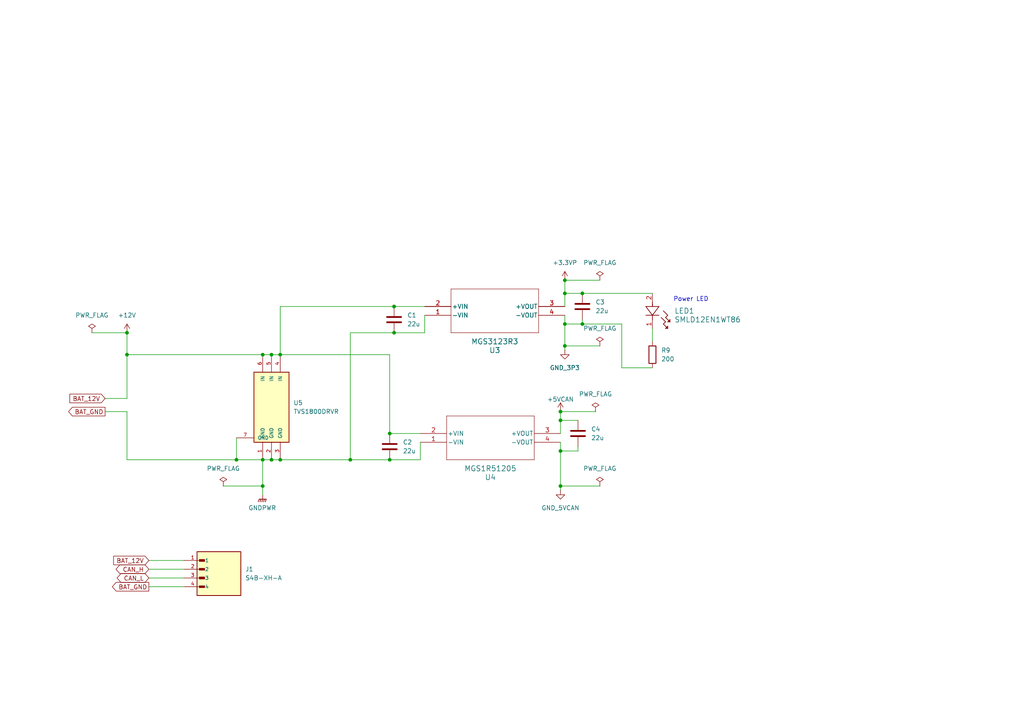
<source format=kicad_sch>
(kicad_sch (version 20250114) (generator "eeschema") (generator_version "9.0")
  (paper "A4")
  (title_block (title "CAN Isolation_Power Board") (date "2025-09-09") (rev "Ver.1.0") (company "ISHI-Kai"))
  (lib_symbols
    (symbol "Device:C" (pin_numbers (hide yes)) (pin_names (offset 0.254))
      (property "Reference" "C" (at 0.635 2.54 0))
      (property "Value" "C" (at 0.635 -2.54 0))
      (symbol "C_0_1"
        (polyline (pts (xy -2.032 0.762) (xy 2.032 0.762)) (stroke (width 0.508)))
        (polyline (pts (xy -2.032 -0.762) (xy 2.032 -0.762)) (stroke (width 0.508)))
      )
      (symbol "C_1_1"
        (pin passive line (at 0 3.81 270) (length 2.794) (name "~") (number "1"))
        (pin passive line (at 0 -3.81 90) (length 2.794) (name "~") (number "2"))
      )
    )
    (symbol "Device:R" (pin_numbers (hide yes)) (pin_names (offset 0))
      (property "Reference" "R" (at 2.032 0 90))
      (property "Value" "R" (at 0 0 90))
      (symbol "R_0_1"
        (rectangle (start -1.016 -2.54) (end 1.016 2.54) (stroke (width 0.254)))
      )
      (symbol "R_1_1"
        (pin passive line (at 0 3.81 270) (length 1.27) (name "~") (number "1"))
        (pin passive line (at 0 -3.81 90) (length 1.27) (name "~") (number "2"))
      )
    )
    (symbol "MGS3_COS:MGS3123R3" (pin_names (offset 0.254))
      (property "Reference" "U" (at 20.32 10.16 0))
      (property "Value" "MGS3123R3" (at 20.32 7.62 0))
      (symbol "MGS3123R3_0_1"
        (polyline (pts (xy 7.62 5.08) (xy 7.62 -7.62)) (stroke (width 0.127)))
        (polyline (pts (xy 7.62 -7.62) (xy 33.02 -7.62)) (stroke (width 0.127)))
        (polyline (pts (xy 33.02 5.08) (xy 7.62 5.08)) (stroke (width 0.127)))
        (polyline (pts (xy 33.02 -7.62) (xy 33.02 5.08)) (stroke (width 0.127)))
        (pin power_in line (at 0 0 0) (length 7.62) (name "-VIN") (number "1"))
        (pin power_in line (at 0 -2.54 0) (length 7.62) (name "+VIN") (number "2"))
        (pin output line (at 40.64 0 180) (length 7.62) (name "-VOUT") (number "4"))
        (pin output line (at 40.64 -2.54 180) (length 7.62) (name "+VOUT") (number "3"))
      )
    )
    (symbol "S4B-XH-A:S4B-XH-A" (pin_names (offset 1.016))
      (property "Reference" "J" (at -6.85 7.62 0))
      (property "Value" "S4B-XH-A" (at -6.35 -7.62 0))
      (symbol "S4B-XH-A_0_0"
        (rectangle (start -6.35 -5.08) (end 6.35 7.62) (stroke (width 0.254)) (fill (type background)))
        (rectangle (start -5.715 4.7625) (end -4.1275 5.3975) (stroke (width 0.1)) (fill (type outline)))
        (rectangle (start -5.715 2.2225) (end -4.1275 2.8575) (stroke (width 0.1)) (fill (type outline)))
        (rectangle (start -5.715 -0.3175) (end -4.1275 0.3175) (stroke (width 0.1)) (fill (type outline)))
        (rectangle (start -5.715 -2.8575) (end -4.1275 -2.2225) (stroke (width 0.1)) (fill (type outline)))
        (pin passive line (at -10.16 5.08 0) (length 5.08) (name "1") (number "1"))
        (pin passive line (at -10.16 2.54 0) (length 5.08) (name "2") (number "2"))
        (pin passive line (at -10.16 0 0) (length 5.08) (name "3") (number "3"))
        (pin passive line (at -10.16 -2.54 0) (length 5.08) (name "4") (number "4"))
      )
    )
    (symbol "SMLD12EN1WT86:SMLD12EN1WT86" (pin_names (offset 0.254))
      (property "Reference" "R" (at 5.08 -4.445 0))
      (property "Value" "SMLD12EN1WT86" (at 5.08 -7.62 0))
      (symbol "SMLD12EN1WT86_1_1"
        (polyline (pts (xy 2.54 0) (xy 3.4798 0)) (stroke (width 0.2032)))
        (polyline (pts (xy 3.175 0) (xy 3.81 0)) (stroke (width 0.2032)))
        (polyline (pts (xy 3.81 1.905) (xy 3.81 -1.905)) (stroke (width 0.2032)))
        (polyline (pts (xy 3.81 -1.905) (xy 6.35 0)) (stroke (width 0.2032)))
        (polyline (pts (xy 5.08 3.175) (xy 6.35 4.445)) (stroke (width 0.2032)))
        (polyline (pts (xy 6.35 4.445) (xy 6.985 3.81)) (stroke (width 0.2032)))
        (polyline (pts (xy 6.35 0) (xy 3.81 1.905)) (stroke (width 0.2032)))
        (polyline (pts (xy 6.35 0) (xy 7.62 0)) (stroke (width 0.2032)))
        (polyline (pts (xy 6.35 -1.905) (xy 6.35 1.905)) (stroke (width 0.2032)))
        (polyline (pts (xy 6.985 3.81) (xy 8.255 5.08)) (stroke (width 0.2032)))
        (polyline (pts (xy 6.985 2.54) (xy 8.255 3.81)) (stroke (width 0.2032)))
        (polyline (pts (xy 7.62 5.08) (xy 8.255 4.445)) (stroke (width 0.2032)))
        (polyline (pts (xy 8.255 5.08) (xy 7.62 5.08)) (stroke (width 0.2032)))
        (polyline (pts (xy 8.255 4.445) (xy 8.255 5.08)) (stroke (width 0.2032)))
        (polyline (pts (xy 8.255 3.81) (xy 8.89 3.175)) (stroke (width 0.2032)))
        (polyline (pts (xy 8.89 3.175) (xy 10.16 4.445)) (stroke (width 0.2032)))
        (polyline (pts (xy 9.525 4.445) (xy 10.16 3.81)) (stroke (width 0.2032)))
        (polyline (pts (xy 10.16 4.445) (xy 9.525 4.445)) (stroke (width 0.2032)))
        (polyline (pts (xy 10.16 3.81) (xy 10.16 4.445)) (stroke (width 0.2032)))
        (pin unspecified line (at 0 0 0) (length 2.54) (name "") (number "2"))
        (pin unspecified line (at 10.16 0 180) (length 2.54) (name "") (number "1"))
      )
      (symbol "SMLD12EN1WT86_1_2"
        (polyline (pts (xy -5.08 8.255) (xy -5.08 7.62)) (stroke (width 0.2032)))
        (polyline (pts (xy -5.08 7.62) (xy -4.445 8.255)) (stroke (width 0.2032)))
        (polyline (pts (xy -4.445 10.16) (xy -4.445 9.525)) (stroke (width 0.2032)))
        (polyline (pts (xy -4.445 9.525) (xy -3.81 10.16)) (stroke (width 0.2032)))
        (polyline (pts (xy -4.445 8.255) (xy -5.08 8.255)) (stroke (width 0.2032)))
        (polyline (pts (xy -4.445 6.35) (xy -3.81 6.985)) (stroke (width 0.2032)))
        (polyline (pts (xy -3.81 10.16) (xy -4.445 10.16)) (stroke (width 0.2032)))
        (polyline (pts (xy -3.81 8.255) (xy -3.175 8.89)) (stroke (width 0.2032)))
        (polyline (pts (xy -3.81 6.985) (xy -5.08 8.255)) (stroke (width 0.2032)))
        (polyline (pts (xy -3.175 8.89) (xy -4.445 10.16)) (stroke (width 0.2032)))
        (polyline (pts (xy -3.175 5.08) (xy -4.445 6.35)) (stroke (width 0.2032)))
        (polyline (pts (xy -2.54 6.985) (xy -3.81 8.255)) (stroke (width 0.2032)))
        (polyline (pts (xy -1.905 3.81) (xy 1.905 3.81)) (stroke (width 0.2032)))
        (polyline (pts (xy 0 6.35) (xy -1.905 3.81)) (stroke (width 0.2032)))
        (polyline (pts (xy 0 6.35) (xy 0 7.62)) (stroke (width 0.2032)))
        (polyline (pts (xy 0 3.175) (xy 0 3.81)) (stroke (width 0.2032)))
        (polyline (pts (xy 0 2.54) (xy 0 3.4798)) (stroke (width 0.2032)))
        (polyline (pts (xy 1.905 6.35) (xy -1.905 6.35)) (stroke (width 0.2032)))
        (polyline (pts (xy 1.905 3.81) (xy 0 6.35)) (stroke (width 0.2032)))
        (pin unspecified line (at 0 10.16 270) (length 2.54) (name "") (number "1"))
        (pin unspecified line (at 0 0 90) (length 2.54) (name "") (number "2"))
      )
    )
    (symbol "TVS3300DRVR:TVS3300DRVR" (pin_names (offset 1.016))
      (property "Reference" "U5" (at -1.2701 6.35 90))
      (property "Value" "TVS3300DRVR" (at 1.2699 6.35 90))
      (symbol "TVS3300DRVR_0_0"
        (rectangle (start -10.16 -5.08) (end 10.16 5.08) (stroke (width 0.254)) (fill (type background)))
        (pin input line (at -15.24 2.54 0) (length 5.08) (name "IN") (number "4"))
        (pin power_in line (at 15.24 -2.54 180) (length 5.08) (name "GND") (number "1"))
      )
      (symbol "TVS3300DRVR_1_0"
        (pin input line (at -15.24 0 0) (length 5.08) (name "IN") (number "5"))
        (pin input line (at -15.24 -2.54 0) (length 5.08) (name "IN") (number "6"))
        (pin power_in line (at 8.89 -10.16 90) (length 5.08) (name "GND") (number "7"))
        (pin power_in line (at 15.24 2.54 180) (length 5.08) (name "GND") (number "3"))
        (pin power_in line (at 15.24 0 180) (length 5.08) (name "GND") (number "2"))
      )
    )
    (symbol "power:+12V" (power) (pin_numbers (hide yes)) (pin_names (offset 0) (hide yes))
      (property "Value" "+12V" (at 0 3.556 0))
      (symbol "+12V_0_1"
        (polyline (pts (xy -0.762 1.27) (xy 0 2.54)))
        (polyline (pts (xy 0 2.54) (xy 0.762 1.27)))
        (polyline (pts (xy 0 0) (xy 0 2.54)))
      )
      (symbol "+12V_1_1"
        (pin power_in line (at 0 0 90) (length 0) (name "~") (number "1"))
      )
    )
    (symbol "power:+3.3VP" (power) (pin_numbers (hide yes)) (pin_names (offset 0) (hide yes))
      (property "Value" "+3.3VP" (at 0 3.556 0))
      (symbol "+3.3VP_0_0"
        (pin power_in line (at 0 0 90) (length 0) (name "~") (number "1"))
      )
      (symbol "+3.3VP_0_1"
        (polyline (pts (xy -0.762 1.27) (xy 0 2.54)))
        (polyline (pts (xy 0 2.54) (xy 0.762 1.27)))
        (polyline (pts (xy 0 0) (xy 0 2.54)))
      )
    )
    (symbol "power:+5C" (power) (pin_numbers (hide yes)) (pin_names (offset 0) (hide yes))
      (property "Value" "+5C" (at 0 3.556 0))
      (symbol "+5C_0_1"
        (polyline (pts (xy -0.762 1.27) (xy 0 2.54)))
        (polyline (pts (xy 0 2.54) (xy 0.762 1.27)))
        (polyline (pts (xy 0 0) (xy 0 2.54)))
      )
      (symbol "+5C_1_1"
        (pin power_in line (at 0 0 90) (length 0) (name "~") (number "1"))
      )
    )
    (symbol "power:GND1" (power) (pin_numbers (hide yes)) (pin_names (offset 0) (hide yes))
      (property "Value" "GND1" (at 0 -3.81 0))
      (symbol "GND1_0_1"
        (polyline (pts (xy 0 0) (xy 0 -1.27) (xy 1.27 -1.27) (xy 0 -2.54) (xy -1.27 -1.27) (xy 0 -1.27)))
      )
      (symbol "GND1_1_1"
        (pin power_in line (at 0 0 270) (length 0) (name "~") (number "1"))
      )
    )
    (symbol "power:GND2" (power) (pin_numbers (hide yes)) (pin_names (offset 0) (hide yes))
      (property "Value" "GND2" (at 0 -3.81 0))
      (symbol "GND2_0_1"
        (polyline (pts (xy 0 0) (xy 0 -1.27) (xy 1.27 -1.27) (xy 0 -2.54) (xy -1.27 -1.27) (xy 0 -1.27)))
      )
      (symbol "GND2_1_1"
        (pin power_in line (at 0 0 270) (length 0) (name "~") (number "1"))
      )
    )
    (symbol "power:GNDPWR" (power) (pin_numbers (hide yes)) (pin_names (offset 0) (hide yes))
      (property "Value" "GNDPWR" (at 0 -3.302 0))
      (symbol "GNDPWR_0_1"
        (polyline (pts (xy -1.016 -1.27) (xy -1.27 -2.032) (xy -1.27 -2.032)) (stroke (width 0.2032)))
        (polyline (pts (xy -0.508 -1.27) (xy -0.762 -2.032) (xy -0.762 -2.032)) (stroke (width 0.2032)))
        (polyline (pts (xy 0 -1.27) (xy 0 0)))
        (polyline (pts (xy 0 -1.27) (xy -0.254 -2.032) (xy -0.254 -2.032)) (stroke (width 0.2032)))
        (polyline (pts (xy 0.508 -1.27) (xy 0.254 -2.032) (xy 0.254 -2.032)) (stroke (width 0.2032)))
        (polyline (pts (xy 1.016 -1.27) (xy -1.016 -1.27) (xy -1.016 -1.27)) (stroke (width 0.2032)))
        (polyline (pts (xy 1.016 -1.27) (xy 0.762 -2.032) (xy 0.762 -2.032) (xy 0.762 -2.032)) (stroke (width 0.2032)))
      )
      (symbol "GNDPWR_1_1"
        (pin power_in line (at 0 0 270) (length 0) (name "~") (number "1"))
      )
    )
    (symbol "power:PWR_FLAG" (power) (pin_numbers (hide yes)) (pin_names (offset 0) (hide yes))
      (property "Value" "PWR_FLAG" (at 0 3.81 0))
      (symbol "PWR_FLAG_0_0"
        (pin power_out line (at 0 0 90) (length 0) (name "~") (number "1"))
      )
      (symbol "PWR_FLAG_0_1"
        (polyline (pts (xy 0 0) (xy 0 1.27) (xy -1.016 1.905) (xy 0 2.54) (xy 1.016 1.905) (xy 0 1.27)))
      )
    )
  )
  (text "Power LED" (at 200.406 86.868 0) (effects (font (size 1.27 1.27))))
  (junction (at 101.6 133.35))
  (junction (at 168.91 93.98))
  (junction (at 162.56 121.92))
  (junction (at 81.28 133.35))
  (junction (at 162.56 119.38))
  (junction (at 163.83 81.28))
  (junction (at 168.91 85.09))
  (junction (at 68.58 133.35))
  (junction (at 163.83 85.09))
  (junction (at 114.3 88.9))
  (junction (at 114.3 96.52))
  (junction (at 36.83 102.87))
  (junction (at 113.03 133.35))
  (junction (at 76.2 102.87))
  (junction (at 163.83 93.98))
  (junction (at 78.74 133.35))
  (junction (at 76.2 133.35))
  (junction (at 162.56 140.97))
  (junction (at 81.28 102.87))
  (junction (at 78.74 102.87))
  (junction (at 162.56 130.81))
  (junction (at 163.83 100.33))
  (junction (at 36.83 96.52))
  (junction (at 113.03 125.73))
  (junction (at 76.2 140.97))
  (wire (pts (xy 123.19 96.52) (xy 114.3 96.52)))
  (wire (pts (xy 162.56 128.27) (xy 162.56 130.81)))
  (wire (pts (xy 76.2 102.87) (xy 78.74 102.87)))
  (wire (pts (xy 113.03 125.73) (xy 121.92 125.73)))
  (wire (pts (xy 163.83 100.33) (xy 173.99 100.33)))
  (wire (pts (xy 168.91 85.09) (xy 189.23 85.09)))
  (wire (pts (xy 81.28 88.9) (xy 81.28 102.87)))
  (wire (pts (xy 168.91 92.71) (xy 168.91 93.98)))
  (wire (pts (xy 101.6 96.52) (xy 101.6 133.35)))
  (wire (pts (xy 30.48 115.57) (xy 36.83 115.57)))
  (wire (pts (xy 114.3 88.9) (xy 123.19 88.9)))
  (wire (pts (xy 78.74 133.35) (xy 81.28 133.35)))
  (wire (pts (xy 43.18 167.64) (xy 53.34 167.64)))
  (wire (pts (xy 162.56 140.97) (xy 173.99 140.97)))
  (wire (pts (xy 36.83 115.57) (xy 36.83 102.87)))
  (wire (pts (xy 36.83 102.87) (xy 76.2 102.87)))
  (wire (pts (xy 68.58 133.35) (xy 76.2 133.35)))
  (wire (pts (xy 114.3 88.9) (xy 81.28 88.9)))
  (wire (pts (xy 101.6 133.35) (xy 113.03 133.35)))
  (wire (pts (xy 36.83 96.52) (xy 36.83 102.87)))
  (wire (pts (xy 163.83 91.44) (xy 163.83 93.98)))
  (wire (pts (xy 163.83 93.98) (xy 163.83 100.33)))
  (wire (pts (xy 121.92 128.27) (xy 121.92 133.35)))
  (wire (pts (xy 81.28 133.35) (xy 101.6 133.35)))
  (wire (pts (xy 162.56 130.81) (xy 167.64 130.81)))
  (wire (pts (xy 76.2 133.35) (xy 78.74 133.35)))
  (wire (pts (xy 180.34 93.98) (xy 168.91 93.98)))
  (wire (pts (xy 121.92 133.35) (xy 113.03 133.35)))
  (wire (pts (xy 162.56 125.73) (xy 162.56 121.92)))
  (wire (pts (xy 64.77 140.97) (xy 76.2 140.97)))
  (wire (pts (xy 162.56 130.81) (xy 162.56 140.97)))
  (wire (pts (xy 113.03 102.87) (xy 113.03 125.73)))
  (wire (pts (xy 43.18 170.18) (xy 53.34 170.18)))
  (wire (pts (xy 76.2 140.97) (xy 76.2 143.51)))
  (wire (pts (xy 76.2 133.35) (xy 76.2 140.97)))
  (wire (pts (xy 43.18 162.56) (xy 53.34 162.56)))
  (wire (pts (xy 163.83 101.6) (xy 163.83 100.33)))
  (wire (pts (xy 78.74 102.87) (xy 81.28 102.87)))
  (wire (pts (xy 113.03 102.87) (xy 81.28 102.87)))
  (wire (pts (xy 180.34 106.68) (xy 180.34 93.98)))
  (wire (pts (xy 123.19 91.44) (xy 123.19 96.52)))
  (wire (pts (xy 162.56 121.92) (xy 167.64 121.92)))
  (wire (pts (xy 162.56 119.38) (xy 162.56 121.92)))
  (wire (pts (xy 189.23 106.68) (xy 180.34 106.68)))
  (wire (pts (xy 189.23 95.25) (xy 189.23 99.06)))
  (wire (pts (xy 163.83 93.98) (xy 168.91 93.98)))
  (wire (pts (xy 163.83 81.28) (xy 163.83 85.09)))
  (wire (pts (xy 36.83 119.38) (xy 36.83 133.35)))
  (wire (pts (xy 101.6 96.52) (xy 114.3 96.52)))
  (wire (pts (xy 36.83 133.35) (xy 68.58 133.35)))
  (wire (pts (xy 163.83 85.09) (xy 168.91 85.09)))
  (wire (pts (xy 162.56 140.97) (xy 162.56 142.24)))
  (wire (pts (xy 43.18 165.1) (xy 53.34 165.1)))
  (wire (pts (xy 68.58 127) (xy 68.58 133.35)))
  (wire (pts (xy 167.64 129.54) (xy 167.64 130.81)))
  (wire (pts (xy 163.83 88.9) (xy 163.83 85.09)))
  (wire (pts (xy 26.67 96.52) (xy 36.83 96.52)))
  (wire (pts (xy 163.83 81.28) (xy 173.99 81.28)))
  (wire (pts (xy 162.56 119.38) (xy 172.72 119.38)))
  (wire (pts (xy 30.48 119.38) (xy 36.83 119.38)))
  (global_label "CAN_H" (shape bidirectional) (at 43.18 165.1 180) (property "Intersheetrefs" "${INTERSHEET_REFS}" (effects (hide yes))))
  (global_label "BAT_GND" (shape output) (at 43.18 170.18 180) (property "Intersheetrefs" "${INTERSHEET_REFS}" (effects (hide yes))))
  (global_label "CAN_L" (shape bidirectional) (at 43.18 167.64 180) (property "Intersheetrefs" "${INTERSHEET_REFS}" (effects (hide yes))))
  (global_label "BAT_12V" (shape input) (at 30.48 115.57 180) (property "Intersheetrefs" "${INTERSHEET_REFS}" (effects (hide yes))))
  (global_label "BAT_12V" (shape input) (at 43.18 162.56 180) (property "Intersheetrefs" "${INTERSHEET_REFS}" (effects (hide yes))))
  (global_label "BAT_GND" (shape output) (at 30.48 119.38 180) (property "Intersheetrefs" "${INTERSHEET_REFS}" (effects (hide yes))))
  (symbol (lib_id "power:PWR_FLAG") (at 172.72 119.38 0) (unit 1)
    (property "Reference" "#FLG03" (effects (hide yes)))
    (property "Value" "PWR_FLAG" (at 172.72 114.3 0))
    (property "Description" "Special symbol for telling ERC where power comes from" (effects (hide yes)))
  )
  (symbol (lib_id "power:GND2") (at 162.56 142.24 0) (unit 1)
    (property "Reference" "#PWR09" (effects (hide yes)))
    (property "Value" "GND_5VCAN" (at 162.56 147.32 0))
    (property "Description" "Power symbol creates a global label with name \"GND2\" , ground" (effects (hide yes)))
  )
  (symbol (lib_id "power:PWR_FLAG") (at 64.77 140.97 0) (unit 1)
    (property "Reference" "#FLG05" (effects (hide yes)))
    (property "Value" "PWR_FLAG" (at 64.77 135.89 0))
    (property "Description" "Special symbol for telling ERC where power comes from" (effects (hide yes)))
  )
  (symbol (lib_id "power:+3.3VP") (at 163.83 81.28 0) (unit 1)
    (property "Reference" "#PWR05" (effects (hide yes)))
    (property "Value" "+3.3VP" (at 163.83 76.2 0))
    (property "Description" "Power symbol creates a global label with name \"+3.3VP\"" (effects (hide yes)))
  )
  (symbol (lib_id "SMLD12EN1WT86:SMLD12EN1WT86") (at 189.23 85.09 270) (unit 1)
    (property "Reference" "LED1" (at 195.58 90.1699 90) (effects (font (size 1.524 1.524)) (justify left)))
    (property "Value" "SMLD12EN1WT86" (at 195.58 92.7099 90) (effects (font (size 1.524 1.524)) (justify left)))
    (property "Footprint" "CAN_Isolation:SMLD12EN1WT86" (effects (hide yes)))
    (property "Datasheet" "SMLD12EN1WT86" (effects (hide yes)))
  )
  (symbol (lib_id "MGS3_COS:MGS3123R3") (at 123.19 91.44 0) (mirror x) (unit 1)
    (property "Reference" "U3" (at 143.51 101.6 0) (effects (font (size 1.524 1.524))))
    (property "Value" "MGS3123R3" (at 143.51 99.06 0) (effects (font (size 1.524 1.524))))
    (property "Footprint" "CAN_Isolation:MGS3_COS" (effects (hide yes)))
    (property "Datasheet" "MGS3123R3" (effects (hide yes)))
  )
  (symbol (lib_id "Device:C") (at 168.91 88.9 0) (unit 1)
    (property "Reference" "C3" (at 172.72 87.6299 0) (effects (justify left)))
    (property "Value" "22u" (at 172.72 90.1699 0) (effects (justify left)))
    (property "Footprint" "Capacitor_SMD:C_1210_3225Metric" (effects (hide yes)))
    (property "Description" "Unpolarized capacitor" (effects (hide yes)))
  )
  (symbol (lib_id "TVS3300DRVR:TVS3300DRVR") (at 78.74 118.11 270) (unit 1)
    (property "Reference" "U5" (at 85.09 116.8399 90) (effects (justify left)))
    (property "Value" "TVS1800DRVR" (at 85.09 119.3799 90) (effects (justify left)))
    (property "Footprint" "CAN_Isolation:SON65P200X200X80-7N" (effects (hide yes)))
    (property "PARTREV" "C" (effects (hide yes)))
    (property "MANUFACTURER" "Texas Instruments" (effects (hide yes)))
    (property "MAXIMUM_PACKAGE_HEIGHT" "0.8 mm" (effects (hide yes)))
    (property "STANDARD" "IPC 7351B" (effects (hide yes)))
  )
  (symbol (lib_id "power:GNDPWR") (at 76.2 143.51 0) (unit 1)
    (property "Reference" "#PWR07" (effects (hide yes)))
    (property "Value" "GNDPWR" (at 76.073 147.32 0))
    (property "Description" "Power symbol creates a global label with name \"GNDPWR\" , global ground" (effects (hide yes)))
  )
  (symbol (lib_id "power:+12V") (at 36.83 96.52 0) (unit 1)
    (property "Reference" "#PWR01" (effects (hide yes)))
    (property "Value" "+12V" (at 36.83 91.44 0))
    (property "Description" "Power symbol creates a global label with name \"+12V\"" (effects (hide yes)))
  )
  (symbol (lib_id "Device:C") (at 114.3 92.71 0) (unit 1)
    (property "Reference" "C1" (at 118.11 91.4399 0) (effects (justify left)))
    (property "Value" "22u" (at 118.11 93.9799 0) (effects (justify left)))
    (property "Footprint" "Capacitor_SMD:C_1210_3225Metric" (effects (hide yes)))
    (property "Description" "Unpolarized capacitor" (effects (hide yes)))
  )
  (symbol (lib_id "Device:R") (at 189.23 102.87 0) (unit 1)
    (property "Reference" "R9" (at 191.77 101.5999 0) (effects (justify left)))
    (property "Value" "200" (at 191.77 104.1399 0) (effects (justify left)))
    (property "Footprint" "Resistor_SMD:R_0603_1608Metric" (effects (hide yes)))
    (property "Description" "Resistor" (effects (hide yes)))
  )
  (symbol (lib_id "power:+5C") (at 162.56 119.38 0) (unit 1)
    (property "Reference" "#PWR03" (effects (hide yes)))
    (property "Value" "+5VCAN" (at 162.56 115.824 0))
    (property "Description" "Power symbol creates a global label with name \"+5C\"" (effects (hide yes)))
  )
  (symbol (lib_id "power:PWR_FLAG") (at 173.99 100.33 0) (unit 1)
    (property "Reference" "#FLG07" (effects (hide yes)))
    (property "Value" "PWR_FLAG" (at 173.99 95.25 0))
    (property "Description" "Special symbol for telling ERC where power comes from" (effects (hide yes)))
  )
  (symbol (lib_id "S4B-XH-A:S4B-XH-A") (at 63.5 167.64 0) (unit 1)
    (property "Reference" "J1" (at 71.12 165.0999 0) (effects (justify left)))
    (property "Value" "S4B-XH-A" (at 71.12 167.6399 0) (effects (justify left)))
    (property "Footprint" "CAN_Isolation:JST_S4B-XH-A" (effects (hide yes)))
    (property "MANUFACTURER" "JST" (effects (hide yes)))
  )
  (symbol (lib_id "power:PWR_FLAG") (at 173.99 140.97 0) (unit 1)
    (property "Reference" "#FLG06" (effects (hide yes)))
    (property "Value" "PWR_FLAG" (at 173.99 135.89 0))
    (property "Description" "Special symbol for telling ERC where power comes from" (effects (hide yes)))
  )
  (symbol (lib_id "power:PWR_FLAG") (at 26.67 96.52 0) (unit 1)
    (property "Reference" "#FLG04" (effects (hide yes)))
    (property "Value" "PWR_FLAG" (at 26.67 91.44 0))
    (property "Description" "Special symbol for telling ERC where power comes from" (effects (hide yes)))
  )
  (symbol (lib_id "MGS3_COS:MGS3123R3") (at 121.92 128.27 0) (mirror x) (unit 1)
    (property "Reference" "U4" (at 142.24 138.43 0) (effects (font (size 1.524 1.524))))
    (property "Value" "MGS1R51205" (at 142.24 135.89 0) (effects (font (size 1.524 1.524))))
    (property "Footprint" "CAN_Isolation:MGS3_COS" (effects (hide yes)))
    (property "Datasheet" "MGS3123R3" (effects (hide yes)))
  )
  (symbol (lib_id "power:PWR_FLAG") (at 173.99 81.28 0) (unit 1)
    (property "Reference" "#FLG02" (effects (hide yes)))
    (property "Value" "PWR_FLAG" (at 173.99 76.2 0))
    (property "Description" "Special symbol for telling ERC where power comes from" (effects (hide yes)))
  )
  (symbol (lib_id "Device:C") (at 113.03 129.54 0) (unit 1)
    (property "Reference" "C2" (at 116.84 128.2699 0) (effects (justify left)))
    (property "Value" "22u" (at 116.84 130.8099 0) (effects (justify left)))
    (property "Footprint" "Capacitor_SMD:C_1210_3225Metric" (effects (hide yes)))
    (property "Description" "Unpolarized capacitor" (effects (hide yes)))
  )
  (symbol (lib_id "Device:C") (at 167.64 125.73 0) (unit 1)
    (property "Reference" "C4" (at 171.45 124.4599 0) (effects (justify left)))
    (property "Value" "22u" (at 171.45 126.9999 0) (effects (justify left)))
    (property "Footprint" "Capacitor_SMD:C_1210_3225Metric" (effects (hide yes)))
    (property "Description" "Unpolarized capacitor" (effects (hide yes)))
  )
  (symbol (lib_id "power:GND1") (at 163.83 101.6 0) (unit 1)
    (property "Reference" "#PWR08" (effects (hide yes)))
    (property "Value" "GND_3P3" (at 163.83 106.68 0))
    (property "Description" "Power symbol creates a global label with name \"GND1\" , ground" (effects (hide yes)))
  )
)
</source>
